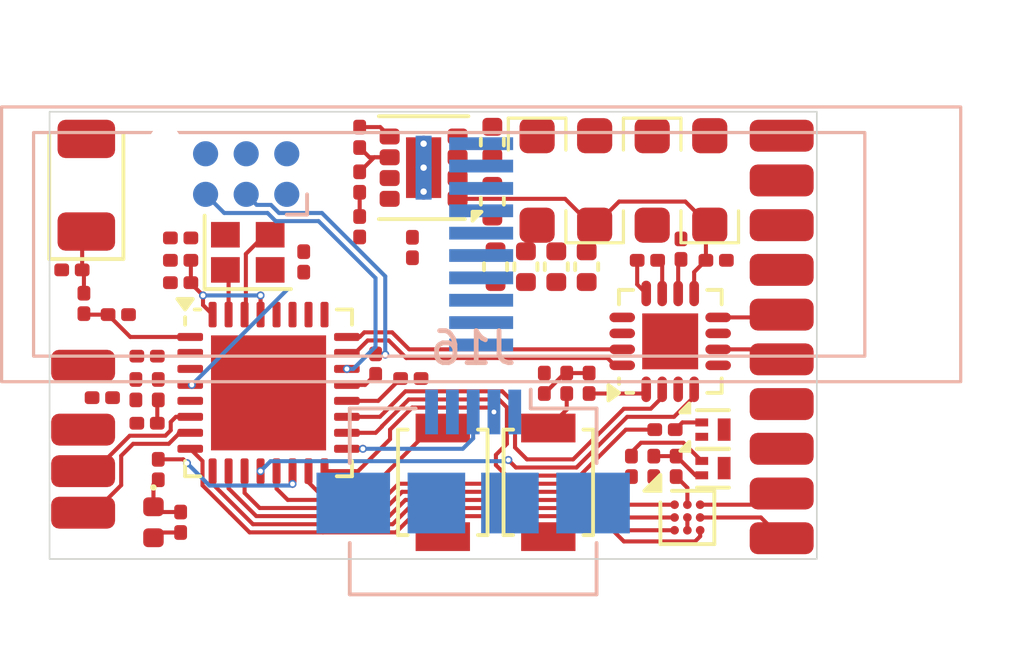
<source format=kicad_pcb>
(kicad_pcb (version 20240108) (generator "pcbnew") (generator_version "8.0")
  (layers (0 "F.Cu" signal) (31 "B.Cu" signal) (34 "B.Paste" user) (35 "F.Paste" user) (36 "B.SilkS" user "B.Silkscreen") (37 "F.SilkS" user "F.Silkscreen") (38 "B.Mask" user) (39 "F.Mask" user) (44 "Edge.Cuts" user))
  (net 0 "")
  (net 2 "Net-(AE1-FEED)")
  (net 3 "GND")
  (net 4 "ANT")
  (net 5 "+3V3")
  (net 6 "Net-(C9-Pad1)")
  (net 7 "+12V")
  (net 8 "Net-(U3-SS{slash}TR)")
  (net 9 "Net-(U3-FB)")
  (net 10 "Net-(U7-CPL)")
  (net 11 "Net-(U7-CPH)")
  (net 12 "Net-(U7-VCP)")
  (net 13 "PROG_TX")
  (net 14 "PROG_RX")
  (net 15 "Net-(J16-D-)")
  (net 16 "Net-(J16-D+)")
  (net 18 "SCL")
  (net 19 "Net-(D1-K)")
  (net 20 "SDA")
  (net 21 "Net-(Q2-G)")
  (net 23 "T1")
  (net 24 "T2")
  (net 26 "MOT_FAULT")
  (net 27 "I2S_SD")
  (net 28 "I2S_LR")
  (net 29 "I2S_BCLK")
  (net 30 "I2S_DIN")
  (net 32 "Net-(Q1-G)")
  (net 33 "/XTAL_P")
  (net 34 "/XTAL_N")
  (net 35 "/LSPP")
  (net 36 "/LSPN")
  (net 37 "/X1")
  (net 38 "/X2")
  (net 39 "Net-(R3-Pad1)")
  (net 40 "MOT_IPROPRI")
  (net 41 "MOT_EN")
  (net 43 "MOT_PH")
  (net 45 "/M1")
  (net 46 "/M2")
  (net 47 "/AC1")
  (net 48 "/AC2")
  (net 49 "CHIP_EN")
  (net 64 "INFO_LED")
  (net 65 "PROG_EN")
  (net 66 "Net-(R7-Pad1)")
  (net 67 "PROG_IO9")
  (net 68 "Net-(U4-U0TXD{slash}GPIO16{slash}FSPICS0)")
  (footprint "Capacitor_SMD:C_0201_0603Metric" (layer "F.Cu") (at 127.15 60.3 180)
    (property "Reference" "C9" (hide yes))
    (property "Value" "u1")
  )
  (footprint "Capacitor_SMD:C_0201_0603Metric" (layer "F.Cu") (at 142.8 57.3 180)
    (property "Reference" "C8" (hide yes))
    (property "Value" "22n/25V")
  )
  (footprint "Crystal:Crystal_SMD_2016-4Pin_2.0x1.6mm" (layer "F.Cu") (at 130.3 57.05)
    (property "Reference" "Y1" (hide yes))
    (property "Value" "40MHz")
  )
  (footprint "Connector_Wire:SolderWirePad_1x01_SMD_1x2mm" (layer "F.Cu") (at 147 56.2 90)
    (property "Reference" "J1" (hide yes))
    (property "Value" "12V")
  )
  (footprint "Resistor_SMD:R_0201_0603Metric" (layer "F.Cu") (at 127.5 63.85 90)
    (property "Reference" "R6" (hide yes))
    (property "Value" "k47")
  )
  (footprint "Capacitor_SMD:C_0201_0603Metric" (layer "F.Cu") (at 143.7 63.75 90)
    (property "Reference" "C18" (hide yes))
    (property "Value" "10u")
  )
  (footprint "Connector_Wire:SolderWirePad_1x01_SMD_1x2mm" (layer "F.Cu") (at 125.15 65.2 90)
    (property "Reference" "J12" (hide yes))
    (property "Value" "SDA")
  )
  (footprint "Package_BGA:WLP-9_1.448x1.468mm_Layout3x3_P0.4mm_Ball0.27mm_Pad0.25mm" (layer "F.Cu") (at 144.05 65.35)
    (property "Reference" "U2" (hide yes))
    (property "Value" "MAX98357A_WLP_Package")
  )
  (footprint "Capacitor_SMD:C_0201_0603Metric" (layer "F.Cu") (at 144.95 57.3 180)
    (property "Reference" "C7" (hide yes))
    (property "Value" "u1")
  )
  (footprint "Resistor_SMD:R_0201_0603Metric" (layer "F.Cu") (at 133.8 56.25 90)
    (property "Reference" "R5" (hide yes))
    (property "Value" "10k")
  )
  (footprint "LED_SMD:LED_0402_1005Metric" (layer "F.Cu") (at 127.35 65.5 -90)
    (property "Reference" "D1" (hide yes))
    (property "Value" "LED")
  )
  (footprint "Capacitor_SMD:C_0201_0603Metric" (layer "F.Cu") (at 135.4 61)
    (property "Reference" "C14" (hide yes))
    (property "Value" "u1")
  )
  (footprint "Button_Switch_SMD:SW_SPST_B3U-1000P" (layer "F.Cu") (at 139.7 64.25 90)
    (property "Reference" "SW1" (hide yes))
    (property "Value" "Reset")
  )
  (footprint "Inductor_SMD:L_0201_0603Metric" (layer "F.Cu") (at 127.5 61.35 90)
    (property "Reference" "L2" (hide yes))
    (property "Value" "2n")
  )
  (footprint "Connector_Wire:SolderWirePad_1x01_SMD_1x2mm" (layer "F.Cu") (at 147 63.2 90)
    (property "Reference" "J9" (hide yes))
    (property "Value" "X1")
  )
  (footprint "Connector_Wire:SolderWirePad_1x01_SMD_1x2mm" (layer "F.Cu") (at 147 57.6 90)
    (property "Reference" "J15" (hide yes))
    (property "Value" "GND")
  )
  (footprint "Connector_Wire:SolderWirePad_1x01_SMD_1x2mm" (layer "F.Cu") (at 147 61.8 90)
    (property "Reference" "J10" (hide yes))
    (property "Value" "X2")
  )
  (footprint "liebler_SEMICONDUCTORS:D_SOD-123F_smaller" (layer "F.Cu") (at 144.75 54.8 90)
    (property "Reference" "D2" (hide yes))
    (property "Value" "D")
  )
  (footprint "Inductor_SMD:L_0201_0603Metric" (layer "F.Cu") (at 125.175 58.65 -90)
    (property "Reference" "L1" (hide yes))
    (property "Value" "L")
  )
  (footprint "Capacitor_SMD:C_0402_1005Metric" (layer "F.Cu") (at 137.95 55.45 -90)
    (property "Reference" "C15" (hide yes))
    (property "Value" "10u/20V")
  )
  (footprint "Capacitor_SMD:C_0402_1005Metric" (layer "F.Cu") (at 137.95 53.6 -90)
    (property "Reference" "C17" (hide yes))
    (property "Value" "22u")
  )
  (footprint "Connector_Wire:SolderWirePad_1x01_SMD_1x2mm" (layer "F.Cu") (at 147 53.4 90)
    (property "Reference" "J4" (hide yes))
    (property "Value" "AC1")
  )
  (footprint "Capacitor_SMD:C_0201_0603Metric" (layer "F.Cu") (at 127.15 62.4 180)
    (property "Reference" "C25" (hide yes))
    (property "Value" "u1")
  )
  (footprint "Connector_Wire:SolderWirePad_1x01_SMD_1x2mm" (layer "F.Cu") (at 147 54.8 90)
    (property "Reference" "J3" (hide yes))
    (property "Value" "AC1")
  )
  (footprint "Connector_Wire:SolderWirePad_1x01_SMD_1x2mm" (layer "F.Cu") (at 147 64.6 90)
    (property "Reference" "J5" (hide yes))
    (property "Value" "LSP")
  )
  (footprint "Capacitor_SMD:C_0201_0603Metric" (layer "F.Cu") (at 124.8 57.6 180)
    (property "Reference" "C2" (hide yes))
    (property "Value" "1p5")
  )
  (footprint "Resistor_SMD:R_0201_0603Metric" (layer "F.Cu") (at 128.2 65.5 -90)
    (property "Reference" "R10" (hide yes))
    (property "Value" "10k")
  )
  (footprint "Connector_Wire:SolderWirePad_1x01_SMD_1x2mm" (layer "F.Cu") (at 147 59 90)
    (property "Reference" "J8" (hide yes))
    (property "Value" "M2")
  )
  (footprint "Capacitor_SMD:C_0402_1005Metric" (layer "F.Cu") (at 139 57.5 90)
    (property "Reference" "C22" (hide yes))
    (property "Value" "10u/20V")
  )
  (footprint "Capacitor_SMD:C_0201_0603Metric" (layer "F.Cu") (at 128.2 58 180)
    (property "Reference" "C3" (hide yes))
    (property "Value" "1u")
  )
  (footprint "Capacitor_SMD:C_0201_0603Metric" (layer "F.Cu") (at 135.45 56.9 -90)
    (property "Reference" "C16" (hide yes))
    (property "Value" "3n3")
  )
  (footprint "Package_LGA:Texas_SIL0008D_MicroSiP-8-1EP_2.8x3mm_P0.65mm_EP1.1x1.9mm_ThermalVias" (layer "F.Cu") (at 135.8 54.4 180)
    (property "Reference" "U3" (hide yes))
    (property "Value" "TPS82130")
  )
  (footprint "liebler_SEMICONDUCTORS:D_SOD-123F_smaller" (layer "F.Cu") (at 141.15 54.8 90)
    (property "Reference" "D4" (hide yes))
    (property "Value" "D")
  )
  (footprint "Capacitor_SMD:C_0201_0603Metric" (layer "F.Cu") (at 128.2 56.6)
    (property "Reference" "C5" (hide yes))
    (property "Value" "15p")
  )
  (footprint "Resistor_SMD:R_0201_0603Metric" (layer "F.Cu") (at 143.35 62.6)
    (property "Reference" "R9" (hide yes))
    (property "Value" "1k")
  )
  (footprint "Button_Switch_SMD:SW_SPST_B3U-1000P" (layer "F.Cu") (at 136.4 64.25 90)
    (property "Reference" "SW2" (hide yes))
    (property "Value" "Boot")
  )
  (footprint "Connector_Wire:SolderWirePad_1x01_SMD_1x2mm" (layer "F.Cu") (at 125.15 60.6 90)
    (property "Reference" "J13" (hide yes))
    (property "Value" "GND")
  )
  (footprint "Package_DFN_QFN:Diodes_DFN1006-3" (layer "F.Cu") (at 144.85 63.805)
    (property "Reference" "Q1" (hide yes))
    (property "Value" "TPM2008 EP3-A")
  )
  (footprint "Capacitor_SMD:C_0402_1005Metric" (layer "F.Cu") (at 138.05 57.5 -90)
    (property "Reference" "C13" (hide yes))
    (property "Value" "10u/20V")
  )
  (footprint "Capacitor_SMD:C_0402_1005Metric" (layer "F.Cu") (at 139.95 57.5 90)
    (property "Reference" "C20" (hide yes))
    (property "Value" "10u/20V")
  )
  (footprint "Resistor_SMD:R_0201_0603Metric" (layer "F.Cu") (at 134.3 60.55 90)
    (property "Reference" "R1" (hide yes))
    (property "Value" "k47")
  )
  (footprint "Package_DFN_QFN:Diodes_DFN1006-3" (layer "F.Cu") (at 144.85 62.6)
    (property "Reference" "Q2" (hide yes))
    (property "Value" "TPM2008 EP3-A")
  )
  (footprint "Connector_Wire:SolderWirePad_1x01_SMD_1x2mm" (layer "F.Cu") (at 125.15 63.9 90)
    (property "Reference" "J11" (hide yes))
    (property "Value" "SCL")
  )
  (footprint "Resistor_SMD:R_0201_0603Metric" (layer "F.Cu") (at 133.8 54.85 90)
    (property "Reference" "R3" (hide yes))
    (property "Value" "22k")
  )
  (footprint "Connector_Wire:SolderWirePad_1x01_SMD_1x2mm" (layer "F.Cu") (at 147 66 90)
    (property "Reference" "J6" (hide yes))
    (property "Value" "LSP")
  )
  (footprint "Resistor_SMD:R_0201_0603Metric" (layer "F.Cu") (at 133.8 53.45 90)
    (property "Reference" "R2" (hide yes))
    (property "Value" "M1")
  )
  (footprint "Resistor_SMD:R_0201_0603Metric" (layer "F.Cu") (at 142.3 63.75 90)
    (property "Reference" "R4" (hide yes))
    (property "Value" "1k")
  )
  (footprint "Connector_Wire:SolderWirePad_1x01_SMD_1x2mm" (layer "F.Cu") (at 147 60.4 90)
    (property "Reference" "J7" (hide yes))
    (property "Value" "M1")
  )
  (footprint "RF_Antenna:Johanson_2450AT18x100" (layer "F.Cu") (at 125.25 54.95 90)
    (property "Reference" "AE1" (hide yes))
    (property "Value" "Antenna_Chip")
  )
  (footprint "Capacitor_SMD:C_0201_0603Metric" (layer "F.Cu") (at 126.25 59)
    (property "Reference" "C1" (hide yes))
    (property "Value" "1p5")
  )
  (footprint "Capacitor_SMD:C_0201_0603Metric" (layer "F.Cu") (at 128.2 57.3 180)
    (property "Reference" "C4" (hide yes))
    (property "Value" "10n")
  )
  (footprint "Package_DFN_QFN:QFN-32-1EP_5x5mm_P0.5mm_EP3.6x3.6mm" (layer "F.Cu") (at 130.95 61.45)
    (property "Reference" "U4" (hide yes))
    (property "Value" "ESP32-C6FH4")
  )
  (footprint "Capacitor_SMD:C_0201_0603Metric" (layer "F.Cu") (at 143 63.75 90)
    (property "Reference" "C19" (hide yes))
    (property "Value" "u1")
  )
  (footprint "liebler_SEMICONDUCTORS:D_SOD-123F_smaller" (layer "F.Cu") (at 139.35 54.8 -90)
    (property "Reference" "D5" (hide yes))
    (property "Value" "D")
  )
  (footprint "Resistor_SMD:R_0201_0603Metric" (layer "F.Cu") (at 140.2764 61.15 90)
    (property "Reference" "R7" (hide yes))
    (property "Value" "k22")
  )
  (footprint "liebler_SEMICONDUCTORS:D_SOD-123F_smaller" (layer "F.Cu") (at 142.95 54.8 -90)
    (property "Reference" "D3" (hide yes))
    (property "Value" "D")
  )
  (footprint "Capacitor_SMD:C_0402_1005Metric" (layer "F.Cu") (at 140.9 57.5 -90)
    (property "Reference" "C11" (hide yes))
    (property "Value" "10u/20V")
  )
  (footprint "Capacitor_SMD:C_0201_0603Metric" (layer "F.Cu") (at 132.05 57.35 -90)
    (property "Reference" "C6" (hide yes))
    (property "Value" "15p")
  )
  (footprint "Connector_Wire:SolderWirePad_1x01_SMD_1x2mm" (layer "F.Cu") (at 125.15 62.6 90)
    (property "Reference" "J14" (hide yes))
    (property "Value" "3V3")
  )
  (footprint "Capacitor_SMD:C_0201_0603Metric" (layer "F.Cu") (at 143.85 56.95 90)
    (property "Reference" "C26" (hide yes))
    (property "Value" "u1")
  )
  (footprint "Capacitor_SMD:C_0201_0603Metric" (layer "F.Cu") (at 139.5764 61.15 90)
    (property "Reference" "C21" (hide yes))
    (property "Value" "u1")
  )
  (footprint "Capacitor_SMD:C_0201_0603Metric" (layer "F.Cu") (at 125.75 61.6 180)
    (property "Reference" "C12" (hide yes))
    (property "Value" "10u")
  )
  (footprint "Capacitor_SMD:C_0201_0603Metric" (layer "F.Cu") (at 126.8 61.35 90)
    (property "Reference" "C10" (hide yes))
    (property "Value" "u1")
  )
  (footprint "Resistor_SMD:R_0201_0603Metric" (layer "F.Cu") (at 140.9764 61.15 -90)
    (property "Reference" "R8" (hide yes))
    (property "Value" "10k")
  )
  (footprint "Package_DFN_QFN:UQFN-16-1EP_3x3mm_P0.5mm_EP1.75x1.75mm" (layer "F.Cu") (at 143.5125 59.8375 90)
    (property "Reference" "U7" (hide yes))
    (property "Value" "DRV8876RGT")
  )
  (footprint "Connector_USB:USB_Micro-B_Amphenol_10104110_Horizontal" (layer "B.Cu") (at 137.35 63.5975 180)
    (property "Reference" "J16")
    (property "Value" "USB_B_Micro")
  )
  (footprint "liebler_OPTO:IPS LCD 0.99 40x160" (layer "B.Cu") (at 137.6 56.8)
    (property "Reference" "U6" (hide yes))
    (property "Value" "IPS_160_40_10P")
  )
  (footprint "Connector:Tag-Connect_TC2030-IDC-NL_2x03_P1.27mm_Vertical" (layer "B.Cu") (at 130.25 54.6 180)
    (property "Reference" "J2" (hide yes))
    (property "Value" "PROG ESP")
  )
  (gr_rect (start 124.1 52.65) (end 148.1 66.65) (stroke (width 0.05)) (fill none) (layer "Edge.Cuts"))
  (segment (start 125.175 57.655) (end 125.12 57.6) (width 0.127) (layer "F.Cu") (net 2))
  (segment (start 125.175 58.33) (end 125.175 57.655) (width 0.127) (layer "F.Cu") (net 2))
  (segment (start 125.12 57.6) (end 125.12 56.53) (width 0.127) (layer "F.Cu") (net 2))
  (segment (start 125.12 56.53) (end 125.25 56.4) (width 0.127) (layer "F.Cu") (net 2))
  (segment (start 144.3036 64.03) (end 143.7036 63.43) (width 0.127) (layer "F.Cu") (net 3))
  (segment (start 144.5 64.03) (end 144.3036 64.03) (width 0.127) (layer "F.Cu") (net 3))
  (segment (start 143.7036 63.43) (end 143.7 63.43) (width 0.127) (layer "F.Cu") (net 3))
  (segment (start 143.7 63.43) (end 143 63.43) (width 0.127) (layer "F.Cu") (net 3))
  (segment (start 144.05 65.75) (end 144.05 65.35) (width 0.127) (layer "F.Cu") (net 3))
  (segment (start 125.205 59) (end 125.175 58.97) (width 0.127) (layer "F.Cu") (net 4))
  (segment (start 125.93 59) (end 125.205 59) (width 0.127) (layer "F.Cu") (net 4))
  (segment (start 125.93 59.0036) (end 125.93 59) (width 0.127) (layer "F.Cu") (net 4))
  (segment (start 126.6264 59.7) (end 125.93 59.0036) (width 0.127) (layer "F.Cu") (net 4))
  (segment (start 128.5 59.7) (end 126.6264 59.7) (width 0.127) (layer "F.Cu") (net 4))
  (segment (start 142.63 61.47) (end 142.7625 61.3375) (width 0.127) (layer "F.Cu") (net 5))
  (segment (start 128.52 57.4) (end 128.52 58.1) (width 0.127) (layer "F.Cu") (net 5))
  (segment (start 130.7 59) (end 130.7 58.4) (width 0.127) (layer "F.Cu") (net 5))
  (segment (start 140.9764 61.47) (end 142.63 61.47) (width 0.127) (layer "F.Cu") (net 5))
  (segment (start 134.7375 53.425) (end 134.4425 53.13) (width 0.127) (layer "F.Cu") (net 5))
  (segment (start 128.9 58.4) (end 128.9 58.7) (width 0.127) (layer "F.Cu") (net 5))
  (segment (start 128.9 58.7) (end 129.2 59) (width 0.127) (layer "F.Cu") (net 5))
  (segment (start 127.515 65.82) (end 127.35 65.985) (width 0.127) (layer "F.Cu") (net 5))
  (segment (start 134.4425 53.13) (end 133.8 53.13) (width 0.127) (layer "F.Cu") (net 5))
  (segment (start 144.05 64.95) (end 144.05 64.42) (width 0.127) (layer "F.Cu") (net 5))
  (segment (start 127.47 61.7) (end 127.5 61.67) (width 0.127) (layer "F.Cu") (net 5))
  (segment (start 133.4 61.7) (end 134.38 61.7) (width 0.127) (layer "F.Cu") (net 5))
  (segment (start 144.05 64.42) (end 143.7 64.07) (width 0.127) (layer "F.Cu") (net 5))
  (segment (start 128.52 58.02) (end 128.9 58.4) (width 0.127) (layer "F.Cu") (net 5))
  (segment (start 134.38 61.7) (end 135.08 61) (width 0.127) (layer "F.Cu") (net 5))
  (segment (start 128.2 65.82) (end 127.515 65.82) (width 0.127) (layer "F.Cu") (net 5))
  (segment (start 127.47 62.4) (end 127.47 61.7) (width 0.127) (layer "F.Cu") (net 5))
  (segment (start 128.52 58) (end 128.52 58.02) (width 0.127) (layer "F.Cu") (net 5))
  (via (at 130.7 58.4) (size 0.25) (drill 0.15) (layers "F.Cu" "B.Cu") (net 5))
  (via (at 128.9 58.4) (size 0.25) (drill 0.15) (layers "F.Cu" "B.Cu") (net 5))
  (segment (start 130.7 58.4) (end 128.9 58.4) (width 0.127) (layer "B.Cu") (net 5))
  (segment (start 144.63 57.3) (end 144.63 56.345) (width 0.127) (layer "F.Cu") (net 7))
  (segment (start 136.8625 54.725) (end 136.8625 55.375) (width 0.127) (layer "F.Cu") (net 7))
  (segment (start 144.75 56.225) (end 143.9865 55.4615) (width 0.127) (layer "F.Cu") (net 7))
  (segment (start 144.2625 58.3375) (end 144.2625 57.6675) (width 0.127) (layer "F.Cu") (net 7))
  (segment (start 141.075 56.225) (end 140.225 55.375) (width 0.127) (layer "F.Cu") (net 7))
  (segment (start 144.63 56.345) (end 144.75 56.225) (width 0.127) (layer "F.Cu") (net 7))
  (segment (start 140.225 55.375) (end 136.8625 55.375) (width 0.127) (layer "F.Cu") (net 7))
  (segment (start 141.9135 55.4615) (end 141.15 56.225) (width 0.127) (layer "F.Cu") (net 7))
  (segment (start 143.9865 55.4615) (end 141.9135 55.4615) (width 0.127) (layer "F.Cu") (net 7))
  (segment (start 144.2625 57.6675) (end 144.63 57.3) (width 0.127) (layer "F.Cu") (net 7))
  (segment (start 134.7375 54.075) (end 134.255 54.075) (width 0.127) (layer "F.Cu") (net 9))
  (segment (start 134.255 54.075) (end 133.8 54.53) (width 0.127) (layer "F.Cu") (net 9))
  (segment (start 134.7375 54.075) (end 134.105 54.075) (width 0.127) (layer "F.Cu") (net 9))
  (segment (start 134.105 54.075) (end 133.8 53.77) (width 0.127) (layer "F.Cu") (net 9))
  (segment (start 142.7625 58.3375) (end 142.48 58.055) (width 0.127) (layer "F.Cu") (net 10))
  (segment (start 142.48 58.055) (end 142.48 57.3) (width 0.127) (layer "F.Cu") (net 10))
  (segment (start 143.2625 57.4425) (end 143.12 57.3) (width 0.127) (layer "F.Cu") (net 11))
  (segment (start 143.2625 58.3375) (end 143.2625 57.4425) (width 0.127) (layer "F.Cu") (net 11))
  (segment (start 143.7625 58.3375) (end 143.7625 57.3575) (width 0.127) (layer "F.Cu") (net 12))
  (segment (start 143.7625 57.3575) (end 143.85 57.27) (width 0.127) (layer "F.Cu") (net 12))
  (segment (start 134.32 60.25) (end 134.3 60.23) (width 0.127) (layer "F.Cu") (net 13))
  (segment (start 134.6 60.25) (end 134.32 60.25) (width 0.127) (layer "F.Cu") (net 13))
  (via (at 134.6 60.25) (size 0.25) (drill 0.15) (layers "F.Cu" "B.Cu") (net 13))
  (segment (start 134.6 60.25) (end 134.6 57.8) (width 0.127) (layer "B.Cu") (net 13))
  (segment (start 131.024016 55.5652) (end 130.5802 55.5652) (width 0.127) (layer "B.Cu") (net 13))
  (segment (start 132.6192 55.8192) (end 131.278016 55.8192) (width 0.127) (layer "B.Cu") (net 13))
  (segment (start 134.6 57.8) (end 132.6192 55.8192) (width 0.127) (layer "B.Cu") (net 13))
  (segment (start 131.278016 55.8192) (end 131.024016 55.5652) (width 0.127) (layer "B.Cu") (net 13))
  (segment (start 130.5802 55.5652) (end 130.25 55.235) (width 0.127) (layer "B.Cu") (net 13))
  (via (at 133.4 60.7) (size 0.25) (drill 0.15) (layers "F.Cu" "B.Cu") (net 14))
  (segment (start 130.918806 55.8192) (end 129.5642 55.8192) (width 0.127) (layer "B.Cu") (net 14))
  (segment (start 131.172806 56.0732) (end 130.918806 55.8192) (width 0.127) (layer "B.Cu") (net 14))
  (segment (start 134.296 60.004578) (end 134.296 57.85521) (width 0.127) (layer "B.Cu") (net 14))
  (segment (start 133.600578 60.7) (end 134.296 60.004578) (width 0.127) (layer "B.Cu") (net 14))
  (segment (start 133.4 60.7) (end 133.600578 60.7) (width 0.127) (layer "B.Cu") (net 14))
  (segment (start 132.51399 56.0732) (end 131.172806 56.0732) (width 0.127) (layer "B.Cu") (net 14))
  (segment (start 129.5642 55.8192) (end 128.98 55.235) (width 0.127) (layer "B.Cu") (net 14))
  (segment (start 134.296 57.85521) (end 132.51399 56.0732) (width 0.127) (layer "B.Cu") (net 14))
  (segment (start 135.4405 61.9095) (end 137.862 61.9095) (width 0.127) (layer "F.Cu") (net 15))
  (segment (start 134.75 62.6) (end 135.4405 61.9095) (width 0.127) (layer "F.Cu") (net 15))
  (segment (start 137.862 61.9095) (end 138 62.0475) (width 0.127) (layer "F.Cu") (net 15))
  (segment (start 132.7 63.9) (end 133.749422 63.9) (width 0.127) (layer "F.Cu") (net 15))
  (segment (start 134.75 62.899422) (end 134.75 62.6) (width 0.127) (layer "F.Cu") (net 15))
  (segment (start 133.749422 63.9) (end 134.75 62.899422) (width 0.127) (layer "F.Cu") (net 15))
  (via (at 138 62.0475) (size 0.25) (drill 0.15) (layers "F.Cu" "B.Cu") (net 15))
  (segment (start 133.9 63.2) (end 133.4 63.2) (width 0.127) (layer "F.Cu") (net 16))
  (via (at 133.9 63.2) (size 0.25) (drill 0.15) (layers "F.Cu" "B.Cu") (net 16))
  (segment (start 137.0245 63.2) (end 133.9 63.2) (width 0.127) (layer "B.Cu") (net 16))
  (segment (start 137.35 62.8745) (end 137.0245 63.2) (width 0.127) (layer "B.Cu") (net 16))
  (segment (start 137.35 62.0475) (end 137.35 62.8745) (width 0.127) (layer "B.Cu") (net 16))
  (segment (start 128.05 62.2) (end 127.8905 62.3595) (width 0.127) (layer "F.Cu") (net 18))
  (segment (start 127.8905 62.6231) (end 127.7231 62.7905) (width 0.127) (layer "F.Cu") (net 18))
  (segment (start 125.5 63.9) (end 125.15 63.9) (width 0.127) (layer "F.Cu") (net 18))
  (segment (start 127.7231 62.7905) (end 126.6095 62.7905) (width 0.127) (layer "F.Cu") (net 18))
  (segment (start 126.6095 62.7905) (end 125.5 63.9) (width 0.127) (layer "F.Cu") (net 18))
  (segment (start 128.5 62.2) (end 128.05 62.2) (width 0.127) (layer "F.Cu") (net 18))
  (segment (start 127.8905 62.3595) (end 127.8905 62.6231) (width 0.127) (layer "F.Cu") (net 18))
  (segment (start 127.35 64.32) (end 127.5 64.17) (width 0.127) (layer "F.Cu") (net 19))
  (segment (start 127.35 65.015) (end 127.35 64.32) (width 0.127) (layer "F.Cu") (net 19))
  (segment (start 128.2 65.18) (end 127.515 65.18) (width 0.127) (layer "F.Cu") (net 19))
  (segment (start 127.515 65.18) (end 127.35 65.015) (width 0.127) (layer "F.Cu") (net 19))
  (segment (start 127.82831 63.0445) (end 126.71471 63.0445) (width 0.127) (layer "F.Cu") (net 20))
  (segment (start 128.1445 62.72831) (end 127.82831 63.0445) (width 0.127) (layer "F.Cu") (net 20))
  (segment (start 128.5 62.7) (end 128.1445 62.7) (width 0.127) (layer "F.Cu") (net 20))
  (segment (start 126.3405 63.41871) (end 126.3405 64.339388) (width 0.127) (layer "F.Cu") (net 20))
  (segment (start 128.1445 62.7) (end 128.1445 62.72831) (width 0.127) (layer "F.Cu") (net 20))
  (segment (start 126.71471 63.0445) (end 126.3405 63.41871) (width 0.127) (layer "F.Cu") (net 20))
  (segment (start 125.479888 65.2) (end 125.15 65.2) (width 0.127) (layer "F.Cu") (net 20))
  (segment (start 126.3405 64.339388) (end 125.479888 65.2) (width 0.127) (layer "F.Cu") (net 20))
  (segment (start 144.5 62.375) (end 143.895 62.375) (width 0.127) (layer "F.Cu") (net 21))
  (segment (start 143.895 62.375) (end 143.67 62.6) (width 0.127) (layer "F.Cu") (net 21))
  (segment (start 134.51316 64.8) (end 131.55 64.8) (width 0.127) (layer "F.Cu") (net 23))
  (segment (start 142.3 64.07) (end 142.0765 64.2935) (width 0.127) (layer "F.Cu") (net 23))
  (segment (start 135.01966 64.2935) (end 134.51316 64.8) (width 0.127) (layer "F.Cu") (net 23))
  (segment (start 142.0765 64.2935) (end 135.01966 64.2935) (width 0.127) (layer "F.Cu") (net 23))
  (segment (start 131.2 64.45) (end 131.2 63.9) (width 0.127) (layer "F.Cu") (net 23))
  (segment (start 131.55 64.8) (end 131.2 64.45) (width 0.127) (layer "F.Cu") (net 23))
  (segment (start 140.68769 64.0395) (end 138.390078 64.0395) (width 0.127) (layer "F.Cu") (net 24))
  (segment (start 138.390078 64.0395) (end 138.0615 63.710922) (width 0.127) (layer "F.Cu") (net 24))
  (segment (start 134.3 62.7) (end 133.4 62.7) (width 0.127) (layer "F.Cu") (net 24))
  (segment (start 138.0615 63.389078) (end 138.4055 63.045078) (width 0.127) (layer "F.Cu") (net 24))
  (segment (start 134.496 62.504) (end 134.3 62.7) (width 0.127) (layer "F.Cu") (net 24))
  (segment (start 138.4055 61.903578) (end 138.157422 61.6555) (width 0.127) (layer "F.Cu") (net 24))
  (segment (start 138.4055 63.045078) (end 138.4055 61.903578) (width 0.127) (layer "F.Cu") (net 24))
  (segment (start 134.496 62.49479) (end 134.496 62.504) (width 0.127) (layer "F.Cu") (net 24))
  (segment (start 143.03 62.6) (end 142.12719 62.6) (width 0.127) (layer "F.Cu") (net 24))
  (segment (start 142.12719 62.6) (end 140.68769 64.0395) (width 0.127) (layer "F.Cu") (net 24))
  (segment (start 138.157422 61.6555) (end 135.33529 61.6555) (width 0.127) (layer "F.Cu") (net 24))
  (segment (start 135.33529 61.6555) (end 134.496 62.49479) (width 0.127) (layer "F.Cu") (net 24))
  (segment (start 138.0615 63.710922) (end 138.0615 63.389078) (width 0.127) (layer "F.Cu") (net 24))
  (segment (start 134.43158 62.2) (end 133.4 62.2) (width 0.127) (layer "F.Cu") (net 26))
  (segment (start 138.262632 61.4015) (end 135.23008 61.4015) (width 0.127) (layer "F.Cu") (net 26))
  (segment (start 138.6595 63.1595) (end 138.6595 61.798368) (width 0.127) (layer "F.Cu") (net 26))
  (segment (start 142.06277 61.946) (end 140.47727 63.5315) (width 0.127) (layer "F.Cu") (net 26))
  (segment (start 142.904 61.946) (end 142.06277 61.946) (width 0.127) (layer "F.Cu") (net 26))
  (segment (start 139.0315 63.5315) (end 138.6595 63.1595) (width 0.127) (layer "F.Cu") (net 26))
  (segment (start 138.6595 61.798368) (end 138.262632 61.4015) (width 0.127) (layer "F.Cu") (net 26))
  (segment (start 143.2625 61.5875) (end 142.904 61.946) (width 0.127) (layer "F.Cu") (net 26))
  (segment (start 140.47727 63.5315) (end 139.0315 63.5315) (width 0.127) (layer "F.Cu") (net 26))
  (segment (start 135.23008 61.4015) (end 134.43158 62.2) (width 0.127) (layer "F.Cu") (net 26))
  (segment (start 143.2625 61.3375) (end 143.2625 61.5875) (width 0.127) (layer "F.Cu") (net 26))
  (segment (start 134.61837 65.054) (end 130.672102 65.054) (width 0.127) (layer "F.Cu") (net 27))
  (segment (start 143.65 64.95) (end 141.992 64.95) (width 0.127) (layer "F.Cu") (net 27))
  (segment (start 135.12487 64.5475) (end 134.61837 65.054) (width 0.127) (layer "F.Cu") (net 27))
  (segment (start 141.5895 64.5475) (end 135.12487 64.5475) (width 0.127) (layer "F.Cu") (net 27))
  (segment (start 130.2 64.581898) (end 130.2 63.9) (width 0.127) (layer "F.Cu") (net 27))
  (segment (start 130.672102 65.054) (end 130.2 64.581898) (width 0.127) (layer "F.Cu") (net 27))
  (segment (start 141.992 64.95) (end 141.5895 64.5475) (width 0.127) (layer "F.Cu") (net 27))
  (segment (start 144.45 65.75) (end 144.45 65.940918) (width 0.127) (layer "F.Cu") (net 28))
  (segment (start 134.934 65.816) (end 132.65 65.816) (width 0.127) (layer "F.Cu") (net 28))
  (segment (start 141.27387 65.3095) (end 135.4405 65.3095) (width 0.127) (layer "F.Cu") (net 28))
  (segment (start 129.745236 65.204764) (end 128.8845 64.344028) (width 0.127) (layer "F.Cu") (net 28))
  (segment (start 132.65 65.816) (end 130.356472 65.816) (width 0.127) (layer "F.Cu") (net 28))
  (segment (start 144.290918 66.1) (end 142.06437 66.1) (width 0.127) (layer "F.Cu") (net 28))
  (segment (start 144.45 65.940918) (end 144.290918 66.1) (width 0.127) (layer "F.Cu") (net 28))
  (segment (start 130.356472 65.816) (end 129.745236 65.204764) (width 0.127) (layer "F.Cu") (net 28))
  (segment (start 128.8845 63.5845) (end 128.5 63.2) (width 0.127) (layer "F.Cu") (net 28))
  (segment (start 128.8845 64.344028) (end 128.8845 63.5845) (width 0.127) (layer "F.Cu") (net 28))
  (segment (start 135.4405 65.3095) (end 134.934 65.816) (width 0.127) (layer "F.Cu") (net 28))
  (segment (start 142.06437 66.1) (end 141.27387 65.3095) (width 0.127) (layer "F.Cu") (net 28))
  (segment (start 135.33529 65.0555) (end 134.82879 65.562) (width 0.127) (layer "F.Cu") (net 29))
  (segment (start 134.82879 65.562) (end 130.461682 65.562) (width 0.127) (layer "F.Cu") (net 29))
  (segment (start 130.461682 65.562) (end 129.2 64.300318) (width 0.127) (layer "F.Cu") (net 29))
  (segment (start 141.37908 65.0555) (end 135.33529 65.0555) (width 0.127) (layer "F.Cu") (net 29))
  (segment (start 143.65 65.75) (end 142.07358 65.75) (width 0.127) (layer "F.Cu") (net 29))
  (segment (start 129.2 64.300318) (end 129.2 63.9) (width 0.127) (layer "F.Cu") (net 29))
  (segment (start 142.07358 65.75) (end 141.37908 65.0555) (width 0.127) (layer "F.Cu") (net 29))
  (segment (start 129.7 64.441108) (end 129.7 63.9) (width 0.127) (layer "F.Cu") (net 30))
  (segment (start 130.566892 65.308) (end 129.7 64.441108) (width 0.127) (layer "F.Cu") (net 30))
  (segment (start 143.65 65.35) (end 142.03279 65.35) (width 0.127) (layer "F.Cu") (net 30))
  (segment (start 134.72358 65.308) (end 130.566892 65.308) (width 0.127) (layer "F.Cu") (net 30))
  (segment (start 142.03279 65.35) (end 141.48429 64.8015) (width 0.127) (layer "F.Cu") (net 30))
  (segment (start 135.23008 64.8015) (end 134.72358 65.308) (width 0.127) (layer "F.Cu") (net 30))
  (segment (start 141.48429 64.8015) (end 135.23008 64.8015) (width 0.127) (layer "F.Cu") (net 30))
  (segment (start 142.3 63.43) (end 142.3 63.3095) (width 0.127) (layer "F.Cu") (net 32))
  (segment (start 142.3 63.3095) (end 142.6 63.0095) (width 0.127) (layer "F.Cu") (net 32))
  (segment (start 144.5 63.58) (end 144.4936 63.58) (width 0.127) (layer "F.Cu") (net 32))
  (segment (start 144.4936 63.58) (end 143.9231 63.0095) (width 0.127) (layer "F.Cu") (net 32))
  (segment (start 143.9231 63.0095) (end 142.6 63.0095) (width 0.127) (layer "F.Cu") (net 32))
  (segment (start 129.7 57.7) (end 129.6 57.6) (width 0.127) (layer "F.Cu") (net 33))
  (segment (start 129.7 59.1) (end 129.7 57.7) (width 0.127) (layer "F.Cu") (net 33))
  (segment (start 130.2405 59.0595) (end 130.2405 57.1) (width 0.127) (layer "F.Cu") (net 34))
  (segment (start 130.2405 57.1) (end 130.8405 56.5) (width 0.127) (layer "F.Cu") (net 34))
  (segment (start 130.8405 56.5) (end 131 56.5) (width 0.127) (layer "F.Cu") (net 34))
  (segment (start 130.2 59.1) (end 130.2405 59.0595) (width 0.127) (layer "F.Cu") (net 34))
  (segment (start 146.65 64.95) (end 147 64.6) (width 0.127) (layer "F.Cu") (net 35))
  (segment (start 144.45 64.95) (end 146.65 64.95) (width 0.127) (layer "F.Cu") (net 35))
  (segment (start 144.45 65.35) (end 146.35 65.35) (width 0.127) (layer "F.Cu") (net 36))
  (segment (start 146.35 65.35) (end 147 66) (width 0.127) (layer "F.Cu") (net 36))
  (segment (start 133.8 55.93) (end 133.8 55.17) (width 0.127) (layer "F.Cu") (net 39))
  (segment (start 138.45 63.55) (end 138.6855 63.7855) (width 0.127) (layer "F.Cu") (net 40))
  (segment (start 143.63154 62.2) (end 144.2625 61.56904) (width 0.127) (layer "F.Cu") (net 40))
  (segment (start 144.2625 61.56904) (end 144.2625 61.3375) (width 0.127) (layer "F.Cu") (net 40))
  (segment (start 138.6855 63.7855) (end 140.58248 63.7855) (width 0.127) (layer "F.Cu") (net 40))
  (segment (start 140.58248 63.7855) (end 142.16798 62.2) (width 0.127) (layer "F.Cu") (net 40))
  (segment (start 142.16798 62.2) (end 143.63154 62.2) (width 0.127) (layer "F.Cu") (net 40))
  (via (at 130.7 63.9) (size 0.25) (drill 0.15) (layers "F.Cu" "B.Cu") (net 40))
  (via (at 138.45 63.55) (size 0.25) (drill 0.15) (layers "F.Cu" "B.Cu") (net 40))
  (segment (start 131.0115 63.5885) (end 138.4115 63.5885) (width 0.127) (layer "B.Cu") (net 40))
  (segment (start 130.7 63.9) (end 131.0115 63.5885) (width 0.127) (layer "B.Cu") (net 40))
  (segment (start 138.4115 63.5885) (end 138.45 63.55) (width 0.127) (layer "B.Cu") (net 40))
  (segment (start 133.944818 59.5555) (end 133.800318 59.7) (width 0.127) (layer "F.Cu") (net 41))
  (segment (start 133.800318 59.7) (end 133.4 59.7) (width 0.127) (layer "F.Cu") (net 41))
  (segment (start 134.81471 59.5555) (end 133.944818 59.5555) (width 0.127) (layer "F.Cu") (net 41))
  (segment (start 135.34671 60.0875) (end 134.81471 59.5555) (width 0.127) (layer "F.Cu") (net 41))
  (segment (start 142.0125 60.0875) (end 135.34671 60.0875) (width 0.127) (layer "F.Cu") (net 41))
  (segment (start 134.7095 59.8095) (end 134.050028 59.8095) (width 0.127) (layer "F.Cu") (net 43))
  (segment (start 141.55296 60.3595) (end 135.2595 60.3595) (width 0.127) (layer "F.Cu") (net 43))
  (segment (start 141.78096 60.5875) (end 141.55296 60.3595) (width 0.127) (layer "F.Cu") (net 43))
  (segment (start 142.0125 60.5875) (end 141.78096 60.5875) (width 0.127) (layer "F.Cu") (net 43))
  (segment (start 134.050028 59.8095) (end 133.659528 60.2) (width 0.127) (layer "F.Cu") (net 43))
  (segment (start 135.2595 60.3595) (end 134.7095 59.8095) (width 0.127) (layer "F.Cu") (net 43))
  (segment (start 133.659528 60.2) (end 133.4 60.2) (width 0.127) (layer "F.Cu") (net 43))
  (segment (start 145.0125 60.0875) (end 146.6875 60.0875) (width 0.127) (layer "F.Cu") (net 45))
  (segment (start 146.6875 60.0875) (end 147 60.4) (width 0.127) (layer "F.Cu") (net 45))
  (segment (start 146.9375 59.0875) (end 147 59.15) (width 0.127) (layer "F.Cu") (net 46))
  (segment (start 145.0125 59.0875) (end 146.9375 59.0875) (width 0.127) (layer "F.Cu") (net 46))
  (segment (start 128.5 61.2) (end 128.55 61.2) (width 0.127) (layer "F.Cu") (net 49))
  (via (at 128.55 61.2) (size 0.25) (drill 0.15) (layers "F.Cu" "B.Cu") (net 49))
  (segment (start 128.55 61.2) (end 131.52 58.23) (width 0.127) (layer "B.Cu") (net 49))
  (segment (start 128.28 63.53) (end 127.5 63.53) (width 0.127) (layer "F.Cu") (net 64))
  (segment (start 128.4 63.65) (end 128.28 63.53) (width 0.127) (layer "F.Cu") (net 64))
  (segment (start 131.7 64.3) (end 131.7 63.9) (width 0.127) (layer "F.Cu") (net 64))
  (via (at 128.4 63.65) (size 0.25) (drill 0.15) (layers "F.Cu" "B.Cu") (net 64))
  (via (at 131.7 64.3) (size 0.25) (drill 0.15) (layers "F.Cu" "B.Cu") (net 64))
  (segment (start 129.1 64.35) (end 128.4 63.65) (width 0.127) (layer "B.Cu") (net 64))
  (segment (start 131.7 64.3) (end 131.65 64.35) (width 0.127) (layer "B.Cu") (net 64))
  (segment (start 131.65 64.35) (end 129.1 64.35) (width 0.127) (layer "B.Cu") (net 64))
  (segment (start 140.22 60.83) (end 139.58 61.47) (width 0.127) (layer "F.Cu") (net 65))
  (segment (start 140.2764 60.83) (end 140.9764 60.83) (width 0.127) (layer "F.Cu") (net 65))
  (segment (start 141 60.83) (end 140.9436 60.83) (width 0.127) (layer "F.Cu") (net 65))
  (segment (start 139.7 62.55) (end 140.2764 61.9736) (width 0.127) (layer "F.Cu") (net 66))
  (segment (start 140.3036 61.47) (end 140.3 61.47) (width 0.127) (layer "F.Cu") (net 66))
  (segment (start 140.2764 61.9736) (end 140.2764 61.47) (width 0.127) (layer "F.Cu") (net 66))
  (segment (start 132.2 64.25) (end 132.2 63.9) (width 0.127) (layer "F.Cu") (net 67))
  (segment (start 136.04474 62.55) (end 134.04874 64.546) (width 0.127) (layer "F.Cu") (net 67))
  (segment (start 132.496 64.546) (end 132.2 64.25) (width 0.127) (layer "F.Cu") (net 67))
  (segment (start 134.04874 64.546) (end 132.496 64.546) (width 0.127) (layer "F.Cu") (net 67))
  (segment (start 136.4 62.55) (end 136.04474 62.55) (width 0.127) (layer "F.Cu") (net 67))
  (segment (start 133.97 61.2) (end 134.3 60.87) (width 0.127) (layer "F.Cu") (net 68))
  (segment (start 133.4 61.2) (end 133.97 61.2) (width 0.127) (layer "F.Cu") (net 68))
)
</source>
